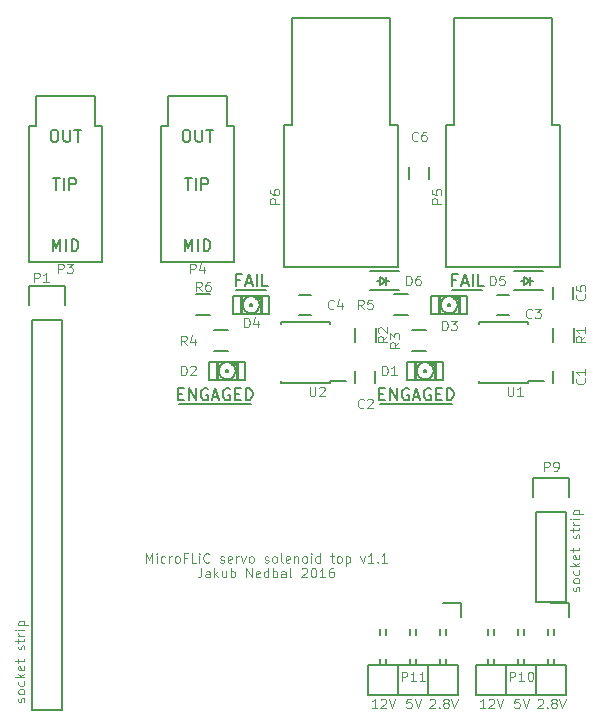
<source format=gto>
G04 #@! TF.FileFunction,Legend,Top*
%FSLAX46Y46*%
G04 Gerber Fmt 4.6, Leading zero omitted, Abs format (unit mm)*
G04 Created by KiCad (PCBNEW 4.0.2-4+6225~38~ubuntu14.04.1-stable) date Mon 29 Feb 2016 18:52:31 GMT*
%MOMM*%
G01*
G04 APERTURE LIST*
%ADD10C,0.100000*%
%ADD11C,0.120000*%
%ADD12C,0.200000*%
%ADD13C,0.150000*%
G04 APERTURE END LIST*
D10*
D11*
X112491522Y-137155905D02*
X112491522Y-136355905D01*
X112758189Y-136927333D01*
X113024856Y-136355905D01*
X113024856Y-137155905D01*
X113405808Y-137155905D02*
X113405808Y-136622571D01*
X113405808Y-136355905D02*
X113367713Y-136394000D01*
X113405808Y-136432095D01*
X113443903Y-136394000D01*
X113405808Y-136355905D01*
X113405808Y-136432095D01*
X114129617Y-137117810D02*
X114053427Y-137155905D01*
X113901046Y-137155905D01*
X113824855Y-137117810D01*
X113786760Y-137079714D01*
X113748665Y-137003524D01*
X113748665Y-136774952D01*
X113786760Y-136698762D01*
X113824855Y-136660667D01*
X113901046Y-136622571D01*
X114053427Y-136622571D01*
X114129617Y-136660667D01*
X114472474Y-137155905D02*
X114472474Y-136622571D01*
X114472474Y-136774952D02*
X114510569Y-136698762D01*
X114548665Y-136660667D01*
X114624855Y-136622571D01*
X114701046Y-136622571D01*
X115081998Y-137155905D02*
X115005807Y-137117810D01*
X114967712Y-137079714D01*
X114929617Y-137003524D01*
X114929617Y-136774952D01*
X114967712Y-136698762D01*
X115005807Y-136660667D01*
X115081998Y-136622571D01*
X115196284Y-136622571D01*
X115272474Y-136660667D01*
X115310569Y-136698762D01*
X115348665Y-136774952D01*
X115348665Y-137003524D01*
X115310569Y-137079714D01*
X115272474Y-137117810D01*
X115196284Y-137155905D01*
X115081998Y-137155905D01*
X115958189Y-136736857D02*
X115691522Y-136736857D01*
X115691522Y-137155905D02*
X115691522Y-136355905D01*
X116072475Y-136355905D01*
X116758189Y-137155905D02*
X116377236Y-137155905D01*
X116377236Y-136355905D01*
X117024855Y-137155905D02*
X117024855Y-136622571D01*
X117024855Y-136355905D02*
X116986760Y-136394000D01*
X117024855Y-136432095D01*
X117062950Y-136394000D01*
X117024855Y-136355905D01*
X117024855Y-136432095D01*
X117862950Y-137079714D02*
X117824855Y-137117810D01*
X117710569Y-137155905D01*
X117634379Y-137155905D01*
X117520093Y-137117810D01*
X117443902Y-137041619D01*
X117405807Y-136965429D01*
X117367712Y-136813048D01*
X117367712Y-136698762D01*
X117405807Y-136546381D01*
X117443902Y-136470190D01*
X117520093Y-136394000D01*
X117634379Y-136355905D01*
X117710569Y-136355905D01*
X117824855Y-136394000D01*
X117862950Y-136432095D01*
X118777236Y-137117810D02*
X118853426Y-137155905D01*
X119005807Y-137155905D01*
X119081998Y-137117810D01*
X119120093Y-137041619D01*
X119120093Y-137003524D01*
X119081998Y-136927333D01*
X119005807Y-136889238D01*
X118891522Y-136889238D01*
X118815331Y-136851143D01*
X118777236Y-136774952D01*
X118777236Y-136736857D01*
X118815331Y-136660667D01*
X118891522Y-136622571D01*
X119005807Y-136622571D01*
X119081998Y-136660667D01*
X119767712Y-137117810D02*
X119691522Y-137155905D01*
X119539141Y-137155905D01*
X119462950Y-137117810D01*
X119424855Y-137041619D01*
X119424855Y-136736857D01*
X119462950Y-136660667D01*
X119539141Y-136622571D01*
X119691522Y-136622571D01*
X119767712Y-136660667D01*
X119805807Y-136736857D01*
X119805807Y-136813048D01*
X119424855Y-136889238D01*
X120148664Y-137155905D02*
X120148664Y-136622571D01*
X120148664Y-136774952D02*
X120186759Y-136698762D01*
X120224855Y-136660667D01*
X120301045Y-136622571D01*
X120377236Y-136622571D01*
X120567712Y-136622571D02*
X120758188Y-137155905D01*
X120948664Y-136622571D01*
X121367712Y-137155905D02*
X121291521Y-137117810D01*
X121253426Y-137079714D01*
X121215331Y-137003524D01*
X121215331Y-136774952D01*
X121253426Y-136698762D01*
X121291521Y-136660667D01*
X121367712Y-136622571D01*
X121481998Y-136622571D01*
X121558188Y-136660667D01*
X121596283Y-136698762D01*
X121634379Y-136774952D01*
X121634379Y-137003524D01*
X121596283Y-137079714D01*
X121558188Y-137117810D01*
X121481998Y-137155905D01*
X121367712Y-137155905D01*
X122548665Y-137117810D02*
X122624855Y-137155905D01*
X122777236Y-137155905D01*
X122853427Y-137117810D01*
X122891522Y-137041619D01*
X122891522Y-137003524D01*
X122853427Y-136927333D01*
X122777236Y-136889238D01*
X122662951Y-136889238D01*
X122586760Y-136851143D01*
X122548665Y-136774952D01*
X122548665Y-136736857D01*
X122586760Y-136660667D01*
X122662951Y-136622571D01*
X122777236Y-136622571D01*
X122853427Y-136660667D01*
X123348665Y-137155905D02*
X123272474Y-137117810D01*
X123234379Y-137079714D01*
X123196284Y-137003524D01*
X123196284Y-136774952D01*
X123234379Y-136698762D01*
X123272474Y-136660667D01*
X123348665Y-136622571D01*
X123462951Y-136622571D01*
X123539141Y-136660667D01*
X123577236Y-136698762D01*
X123615332Y-136774952D01*
X123615332Y-137003524D01*
X123577236Y-137079714D01*
X123539141Y-137117810D01*
X123462951Y-137155905D01*
X123348665Y-137155905D01*
X124072475Y-137155905D02*
X123996284Y-137117810D01*
X123958189Y-137041619D01*
X123958189Y-136355905D01*
X124681999Y-137117810D02*
X124605809Y-137155905D01*
X124453428Y-137155905D01*
X124377237Y-137117810D01*
X124339142Y-137041619D01*
X124339142Y-136736857D01*
X124377237Y-136660667D01*
X124453428Y-136622571D01*
X124605809Y-136622571D01*
X124681999Y-136660667D01*
X124720094Y-136736857D01*
X124720094Y-136813048D01*
X124339142Y-136889238D01*
X125062951Y-136622571D02*
X125062951Y-137155905D01*
X125062951Y-136698762D02*
X125101046Y-136660667D01*
X125177237Y-136622571D01*
X125291523Y-136622571D01*
X125367713Y-136660667D01*
X125405808Y-136736857D01*
X125405808Y-137155905D01*
X125901047Y-137155905D02*
X125824856Y-137117810D01*
X125786761Y-137079714D01*
X125748666Y-137003524D01*
X125748666Y-136774952D01*
X125786761Y-136698762D01*
X125824856Y-136660667D01*
X125901047Y-136622571D01*
X126015333Y-136622571D01*
X126091523Y-136660667D01*
X126129618Y-136698762D01*
X126167714Y-136774952D01*
X126167714Y-137003524D01*
X126129618Y-137079714D01*
X126091523Y-137117810D01*
X126015333Y-137155905D01*
X125901047Y-137155905D01*
X126510571Y-137155905D02*
X126510571Y-136622571D01*
X126510571Y-136355905D02*
X126472476Y-136394000D01*
X126510571Y-136432095D01*
X126548666Y-136394000D01*
X126510571Y-136355905D01*
X126510571Y-136432095D01*
X127234380Y-137155905D02*
X127234380Y-136355905D01*
X127234380Y-137117810D02*
X127158190Y-137155905D01*
X127005809Y-137155905D01*
X126929618Y-137117810D01*
X126891523Y-137079714D01*
X126853428Y-137003524D01*
X126853428Y-136774952D01*
X126891523Y-136698762D01*
X126929618Y-136660667D01*
X127005809Y-136622571D01*
X127158190Y-136622571D01*
X127234380Y-136660667D01*
X128110571Y-136622571D02*
X128415333Y-136622571D01*
X128224857Y-136355905D02*
X128224857Y-137041619D01*
X128262952Y-137117810D01*
X128339143Y-137155905D01*
X128415333Y-137155905D01*
X128796286Y-137155905D02*
X128720095Y-137117810D01*
X128682000Y-137079714D01*
X128643905Y-137003524D01*
X128643905Y-136774952D01*
X128682000Y-136698762D01*
X128720095Y-136660667D01*
X128796286Y-136622571D01*
X128910572Y-136622571D01*
X128986762Y-136660667D01*
X129024857Y-136698762D01*
X129062953Y-136774952D01*
X129062953Y-137003524D01*
X129024857Y-137079714D01*
X128986762Y-137117810D01*
X128910572Y-137155905D01*
X128796286Y-137155905D01*
X129405810Y-136622571D02*
X129405810Y-137422571D01*
X129405810Y-136660667D02*
X129482001Y-136622571D01*
X129634382Y-136622571D01*
X129710572Y-136660667D01*
X129748667Y-136698762D01*
X129786763Y-136774952D01*
X129786763Y-137003524D01*
X129748667Y-137079714D01*
X129710572Y-137117810D01*
X129634382Y-137155905D01*
X129482001Y-137155905D01*
X129405810Y-137117810D01*
X130662954Y-136622571D02*
X130853430Y-137155905D01*
X131043906Y-136622571D01*
X131767716Y-137155905D02*
X131310573Y-137155905D01*
X131539144Y-137155905D02*
X131539144Y-136355905D01*
X131462954Y-136470190D01*
X131386763Y-136546381D01*
X131310573Y-136584476D01*
X132110573Y-137079714D02*
X132148668Y-137117810D01*
X132110573Y-137155905D01*
X132072478Y-137117810D01*
X132110573Y-137079714D01*
X132110573Y-137155905D01*
X132910573Y-137155905D02*
X132453430Y-137155905D01*
X132682001Y-137155905D02*
X132682001Y-136355905D01*
X132605811Y-136470190D01*
X132529620Y-136546381D01*
X132453430Y-136584476D01*
X117196284Y-137595905D02*
X117196284Y-138167333D01*
X117158188Y-138281619D01*
X117081998Y-138357810D01*
X116967712Y-138395905D01*
X116891522Y-138395905D01*
X117920093Y-138395905D02*
X117920093Y-137976857D01*
X117881998Y-137900667D01*
X117805808Y-137862571D01*
X117653427Y-137862571D01*
X117577236Y-137900667D01*
X117920093Y-138357810D02*
X117843903Y-138395905D01*
X117653427Y-138395905D01*
X117577236Y-138357810D01*
X117539141Y-138281619D01*
X117539141Y-138205429D01*
X117577236Y-138129238D01*
X117653427Y-138091143D01*
X117843903Y-138091143D01*
X117920093Y-138053048D01*
X118301046Y-138395905D02*
X118301046Y-137595905D01*
X118377237Y-138091143D02*
X118605808Y-138395905D01*
X118605808Y-137862571D02*
X118301046Y-138167333D01*
X119291522Y-137862571D02*
X119291522Y-138395905D01*
X118948665Y-137862571D02*
X118948665Y-138281619D01*
X118986760Y-138357810D01*
X119062951Y-138395905D01*
X119177237Y-138395905D01*
X119253427Y-138357810D01*
X119291522Y-138319714D01*
X119672475Y-138395905D02*
X119672475Y-137595905D01*
X119672475Y-137900667D02*
X119748666Y-137862571D01*
X119901047Y-137862571D01*
X119977237Y-137900667D01*
X120015332Y-137938762D01*
X120053428Y-138014952D01*
X120053428Y-138243524D01*
X120015332Y-138319714D01*
X119977237Y-138357810D01*
X119901047Y-138395905D01*
X119748666Y-138395905D01*
X119672475Y-138357810D01*
X121005809Y-138395905D02*
X121005809Y-137595905D01*
X121462952Y-138395905D01*
X121462952Y-137595905D01*
X122148666Y-138357810D02*
X122072476Y-138395905D01*
X121920095Y-138395905D01*
X121843904Y-138357810D01*
X121805809Y-138281619D01*
X121805809Y-137976857D01*
X121843904Y-137900667D01*
X121920095Y-137862571D01*
X122072476Y-137862571D01*
X122148666Y-137900667D01*
X122186761Y-137976857D01*
X122186761Y-138053048D01*
X121805809Y-138129238D01*
X122872475Y-138395905D02*
X122872475Y-137595905D01*
X122872475Y-138357810D02*
X122796285Y-138395905D01*
X122643904Y-138395905D01*
X122567713Y-138357810D01*
X122529618Y-138319714D01*
X122491523Y-138243524D01*
X122491523Y-138014952D01*
X122529618Y-137938762D01*
X122567713Y-137900667D01*
X122643904Y-137862571D01*
X122796285Y-137862571D01*
X122872475Y-137900667D01*
X123253428Y-138395905D02*
X123253428Y-137595905D01*
X123253428Y-137900667D02*
X123329619Y-137862571D01*
X123482000Y-137862571D01*
X123558190Y-137900667D01*
X123596285Y-137938762D01*
X123634381Y-138014952D01*
X123634381Y-138243524D01*
X123596285Y-138319714D01*
X123558190Y-138357810D01*
X123482000Y-138395905D01*
X123329619Y-138395905D01*
X123253428Y-138357810D01*
X124320095Y-138395905D02*
X124320095Y-137976857D01*
X124282000Y-137900667D01*
X124205810Y-137862571D01*
X124053429Y-137862571D01*
X123977238Y-137900667D01*
X124320095Y-138357810D02*
X124243905Y-138395905D01*
X124053429Y-138395905D01*
X123977238Y-138357810D01*
X123939143Y-138281619D01*
X123939143Y-138205429D01*
X123977238Y-138129238D01*
X124053429Y-138091143D01*
X124243905Y-138091143D01*
X124320095Y-138053048D01*
X124815334Y-138395905D02*
X124739143Y-138357810D01*
X124701048Y-138281619D01*
X124701048Y-137595905D01*
X125691525Y-137672095D02*
X125729620Y-137634000D01*
X125805811Y-137595905D01*
X125996287Y-137595905D01*
X126072477Y-137634000D01*
X126110573Y-137672095D01*
X126148668Y-137748286D01*
X126148668Y-137824476D01*
X126110573Y-137938762D01*
X125653430Y-138395905D01*
X126148668Y-138395905D01*
X126643906Y-137595905D02*
X126720097Y-137595905D01*
X126796287Y-137634000D01*
X126834382Y-137672095D01*
X126872478Y-137748286D01*
X126910573Y-137900667D01*
X126910573Y-138091143D01*
X126872478Y-138243524D01*
X126834382Y-138319714D01*
X126796287Y-138357810D01*
X126720097Y-138395905D01*
X126643906Y-138395905D01*
X126567716Y-138357810D01*
X126529620Y-138319714D01*
X126491525Y-138243524D01*
X126453430Y-138091143D01*
X126453430Y-137900667D01*
X126491525Y-137748286D01*
X126529620Y-137672095D01*
X126567716Y-137634000D01*
X126643906Y-137595905D01*
X127672478Y-138395905D02*
X127215335Y-138395905D01*
X127443906Y-138395905D02*
X127443906Y-137595905D01*
X127367716Y-137710190D01*
X127291525Y-137786381D01*
X127215335Y-137824476D01*
X128358192Y-137595905D02*
X128205811Y-137595905D01*
X128129621Y-137634000D01*
X128091526Y-137672095D01*
X128015335Y-137786381D01*
X127977240Y-137938762D01*
X127977240Y-138243524D01*
X128015335Y-138319714D01*
X128053430Y-138357810D01*
X128129621Y-138395905D01*
X128282002Y-138395905D01*
X128358192Y-138357810D01*
X128396288Y-138319714D01*
X128434383Y-138243524D01*
X128434383Y-138053048D01*
X128396288Y-137976857D01*
X128358192Y-137938762D01*
X128282002Y-137900667D01*
X128129621Y-137900667D01*
X128053430Y-137938762D01*
X128015335Y-137976857D01*
X127977240Y-138053048D01*
X149167810Y-139547619D02*
X149205905Y-139471429D01*
X149205905Y-139319048D01*
X149167810Y-139242857D01*
X149091619Y-139204762D01*
X149053524Y-139204762D01*
X148977333Y-139242857D01*
X148939238Y-139319048D01*
X148939238Y-139433333D01*
X148901143Y-139509524D01*
X148824952Y-139547619D01*
X148786857Y-139547619D01*
X148710667Y-139509524D01*
X148672571Y-139433333D01*
X148672571Y-139319048D01*
X148710667Y-139242857D01*
X149205905Y-138747619D02*
X149167810Y-138823810D01*
X149129714Y-138861905D01*
X149053524Y-138900000D01*
X148824952Y-138900000D01*
X148748762Y-138861905D01*
X148710667Y-138823810D01*
X148672571Y-138747619D01*
X148672571Y-138633333D01*
X148710667Y-138557143D01*
X148748762Y-138519048D01*
X148824952Y-138480952D01*
X149053524Y-138480952D01*
X149129714Y-138519048D01*
X149167810Y-138557143D01*
X149205905Y-138633333D01*
X149205905Y-138747619D01*
X149167810Y-137795238D02*
X149205905Y-137871428D01*
X149205905Y-138023809D01*
X149167810Y-138100000D01*
X149129714Y-138138095D01*
X149053524Y-138176190D01*
X148824952Y-138176190D01*
X148748762Y-138138095D01*
X148710667Y-138100000D01*
X148672571Y-138023809D01*
X148672571Y-137871428D01*
X148710667Y-137795238D01*
X149205905Y-137452381D02*
X148405905Y-137452381D01*
X148901143Y-137376190D02*
X149205905Y-137147619D01*
X148672571Y-137147619D02*
X148977333Y-137452381D01*
X149167810Y-136500000D02*
X149205905Y-136576190D01*
X149205905Y-136728571D01*
X149167810Y-136804762D01*
X149091619Y-136842857D01*
X148786857Y-136842857D01*
X148710667Y-136804762D01*
X148672571Y-136728571D01*
X148672571Y-136576190D01*
X148710667Y-136500000D01*
X148786857Y-136461905D01*
X148863048Y-136461905D01*
X148939238Y-136842857D01*
X148672571Y-136233334D02*
X148672571Y-135928572D01*
X148405905Y-136119048D02*
X149091619Y-136119048D01*
X149167810Y-136080953D01*
X149205905Y-136004762D01*
X149205905Y-135928572D01*
X149167810Y-135090476D02*
X149205905Y-135014286D01*
X149205905Y-134861905D01*
X149167810Y-134785714D01*
X149091619Y-134747619D01*
X149053524Y-134747619D01*
X148977333Y-134785714D01*
X148939238Y-134861905D01*
X148939238Y-134976190D01*
X148901143Y-135052381D01*
X148824952Y-135090476D01*
X148786857Y-135090476D01*
X148710667Y-135052381D01*
X148672571Y-134976190D01*
X148672571Y-134861905D01*
X148710667Y-134785714D01*
X148672571Y-134519048D02*
X148672571Y-134214286D01*
X148405905Y-134404762D02*
X149091619Y-134404762D01*
X149167810Y-134366667D01*
X149205905Y-134290476D01*
X149205905Y-134214286D01*
X149205905Y-133947619D02*
X148672571Y-133947619D01*
X148824952Y-133947619D02*
X148748762Y-133909524D01*
X148710667Y-133871428D01*
X148672571Y-133795238D01*
X148672571Y-133719047D01*
X149205905Y-133452381D02*
X148672571Y-133452381D01*
X148405905Y-133452381D02*
X148444000Y-133490476D01*
X148482095Y-133452381D01*
X148444000Y-133414286D01*
X148405905Y-133452381D01*
X148482095Y-133452381D01*
X148672571Y-133071429D02*
X149472571Y-133071429D01*
X148710667Y-133071429D02*
X148672571Y-132995238D01*
X148672571Y-132842857D01*
X148710667Y-132766667D01*
X148748762Y-132728572D01*
X148824952Y-132690476D01*
X149053524Y-132690476D01*
X149129714Y-132728572D01*
X149167810Y-132766667D01*
X149205905Y-132842857D01*
X149205905Y-132995238D01*
X149167810Y-133071429D01*
X102177810Y-148945619D02*
X102215905Y-148869429D01*
X102215905Y-148717048D01*
X102177810Y-148640857D01*
X102101619Y-148602762D01*
X102063524Y-148602762D01*
X101987333Y-148640857D01*
X101949238Y-148717048D01*
X101949238Y-148831333D01*
X101911143Y-148907524D01*
X101834952Y-148945619D01*
X101796857Y-148945619D01*
X101720667Y-148907524D01*
X101682571Y-148831333D01*
X101682571Y-148717048D01*
X101720667Y-148640857D01*
X102215905Y-148145619D02*
X102177810Y-148221810D01*
X102139714Y-148259905D01*
X102063524Y-148298000D01*
X101834952Y-148298000D01*
X101758762Y-148259905D01*
X101720667Y-148221810D01*
X101682571Y-148145619D01*
X101682571Y-148031333D01*
X101720667Y-147955143D01*
X101758762Y-147917048D01*
X101834952Y-147878952D01*
X102063524Y-147878952D01*
X102139714Y-147917048D01*
X102177810Y-147955143D01*
X102215905Y-148031333D01*
X102215905Y-148145619D01*
X102177810Y-147193238D02*
X102215905Y-147269428D01*
X102215905Y-147421809D01*
X102177810Y-147498000D01*
X102139714Y-147536095D01*
X102063524Y-147574190D01*
X101834952Y-147574190D01*
X101758762Y-147536095D01*
X101720667Y-147498000D01*
X101682571Y-147421809D01*
X101682571Y-147269428D01*
X101720667Y-147193238D01*
X102215905Y-146850381D02*
X101415905Y-146850381D01*
X101911143Y-146774190D02*
X102215905Y-146545619D01*
X101682571Y-146545619D02*
X101987333Y-146850381D01*
X102177810Y-145898000D02*
X102215905Y-145974190D01*
X102215905Y-146126571D01*
X102177810Y-146202762D01*
X102101619Y-146240857D01*
X101796857Y-146240857D01*
X101720667Y-146202762D01*
X101682571Y-146126571D01*
X101682571Y-145974190D01*
X101720667Y-145898000D01*
X101796857Y-145859905D01*
X101873048Y-145859905D01*
X101949238Y-146240857D01*
X101682571Y-145631334D02*
X101682571Y-145326572D01*
X101415905Y-145517048D02*
X102101619Y-145517048D01*
X102177810Y-145478953D01*
X102215905Y-145402762D01*
X102215905Y-145326572D01*
X102177810Y-144488476D02*
X102215905Y-144412286D01*
X102215905Y-144259905D01*
X102177810Y-144183714D01*
X102101619Y-144145619D01*
X102063524Y-144145619D01*
X101987333Y-144183714D01*
X101949238Y-144259905D01*
X101949238Y-144374190D01*
X101911143Y-144450381D01*
X101834952Y-144488476D01*
X101796857Y-144488476D01*
X101720667Y-144450381D01*
X101682571Y-144374190D01*
X101682571Y-144259905D01*
X101720667Y-144183714D01*
X101682571Y-143917048D02*
X101682571Y-143612286D01*
X101415905Y-143802762D02*
X102101619Y-143802762D01*
X102177810Y-143764667D01*
X102215905Y-143688476D01*
X102215905Y-143612286D01*
X102215905Y-143345619D02*
X101682571Y-143345619D01*
X101834952Y-143345619D02*
X101758762Y-143307524D01*
X101720667Y-143269428D01*
X101682571Y-143193238D01*
X101682571Y-143117047D01*
X102215905Y-142850381D02*
X101682571Y-142850381D01*
X101415905Y-142850381D02*
X101454000Y-142888476D01*
X101492095Y-142850381D01*
X101454000Y-142812286D01*
X101415905Y-142850381D01*
X101492095Y-142850381D01*
X101682571Y-142469429D02*
X102482571Y-142469429D01*
X101720667Y-142469429D02*
X101682571Y-142393238D01*
X101682571Y-142240857D01*
X101720667Y-142164667D01*
X101758762Y-142126572D01*
X101834952Y-142088476D01*
X102063524Y-142088476D01*
X102139714Y-142126572D01*
X102177810Y-142164667D01*
X102215905Y-142240857D01*
X102215905Y-142393238D01*
X102177810Y-142469429D01*
X141236762Y-149459905D02*
X140779619Y-149459905D01*
X141008190Y-149459905D02*
X141008190Y-148659905D01*
X140932000Y-148774190D01*
X140855809Y-148850381D01*
X140779619Y-148888476D01*
X141541524Y-148736095D02*
X141579619Y-148698000D01*
X141655810Y-148659905D01*
X141846286Y-148659905D01*
X141922476Y-148698000D01*
X141960572Y-148736095D01*
X141998667Y-148812286D01*
X141998667Y-148888476D01*
X141960572Y-149002762D01*
X141503429Y-149459905D01*
X141998667Y-149459905D01*
X142227238Y-148659905D02*
X142493905Y-149459905D01*
X142760572Y-148659905D01*
X144119620Y-148659905D02*
X143738667Y-148659905D01*
X143700572Y-149040857D01*
X143738667Y-149002762D01*
X143814858Y-148964667D01*
X144005334Y-148964667D01*
X144081524Y-149002762D01*
X144119620Y-149040857D01*
X144157715Y-149117048D01*
X144157715Y-149307524D01*
X144119620Y-149383714D01*
X144081524Y-149421810D01*
X144005334Y-149459905D01*
X143814858Y-149459905D01*
X143738667Y-149421810D01*
X143700572Y-149383714D01*
X144386286Y-148659905D02*
X144652953Y-149459905D01*
X144919620Y-148659905D01*
X145669143Y-148736095D02*
X145707238Y-148698000D01*
X145783429Y-148659905D01*
X145973905Y-148659905D01*
X146050095Y-148698000D01*
X146088191Y-148736095D01*
X146126286Y-148812286D01*
X146126286Y-148888476D01*
X146088191Y-149002762D01*
X145631048Y-149459905D01*
X146126286Y-149459905D01*
X146469143Y-149383714D02*
X146507238Y-149421810D01*
X146469143Y-149459905D01*
X146431048Y-149421810D01*
X146469143Y-149383714D01*
X146469143Y-149459905D01*
X146964381Y-149002762D02*
X146888190Y-148964667D01*
X146850095Y-148926571D01*
X146812000Y-148850381D01*
X146812000Y-148812286D01*
X146850095Y-148736095D01*
X146888190Y-148698000D01*
X146964381Y-148659905D01*
X147116762Y-148659905D01*
X147192952Y-148698000D01*
X147231048Y-148736095D01*
X147269143Y-148812286D01*
X147269143Y-148850381D01*
X147231048Y-148926571D01*
X147192952Y-148964667D01*
X147116762Y-149002762D01*
X146964381Y-149002762D01*
X146888190Y-149040857D01*
X146850095Y-149078952D01*
X146812000Y-149155143D01*
X146812000Y-149307524D01*
X146850095Y-149383714D01*
X146888190Y-149421810D01*
X146964381Y-149459905D01*
X147116762Y-149459905D01*
X147192952Y-149421810D01*
X147231048Y-149383714D01*
X147269143Y-149307524D01*
X147269143Y-149155143D01*
X147231048Y-149078952D01*
X147192952Y-149040857D01*
X147116762Y-149002762D01*
X147497714Y-148659905D02*
X147764381Y-149459905D01*
X148031048Y-148659905D01*
X136525143Y-148736095D02*
X136563238Y-148698000D01*
X136639429Y-148659905D01*
X136829905Y-148659905D01*
X136906095Y-148698000D01*
X136944191Y-148736095D01*
X136982286Y-148812286D01*
X136982286Y-148888476D01*
X136944191Y-149002762D01*
X136487048Y-149459905D01*
X136982286Y-149459905D01*
X137325143Y-149383714D02*
X137363238Y-149421810D01*
X137325143Y-149459905D01*
X137287048Y-149421810D01*
X137325143Y-149383714D01*
X137325143Y-149459905D01*
X137820381Y-149002762D02*
X137744190Y-148964667D01*
X137706095Y-148926571D01*
X137668000Y-148850381D01*
X137668000Y-148812286D01*
X137706095Y-148736095D01*
X137744190Y-148698000D01*
X137820381Y-148659905D01*
X137972762Y-148659905D01*
X138048952Y-148698000D01*
X138087048Y-148736095D01*
X138125143Y-148812286D01*
X138125143Y-148850381D01*
X138087048Y-148926571D01*
X138048952Y-148964667D01*
X137972762Y-149002762D01*
X137820381Y-149002762D01*
X137744190Y-149040857D01*
X137706095Y-149078952D01*
X137668000Y-149155143D01*
X137668000Y-149307524D01*
X137706095Y-149383714D01*
X137744190Y-149421810D01*
X137820381Y-149459905D01*
X137972762Y-149459905D01*
X138048952Y-149421810D01*
X138087048Y-149383714D01*
X138125143Y-149307524D01*
X138125143Y-149155143D01*
X138087048Y-149078952D01*
X138048952Y-149040857D01*
X137972762Y-149002762D01*
X138353714Y-148659905D02*
X138620381Y-149459905D01*
X138887048Y-148659905D01*
X134975620Y-148659905D02*
X134594667Y-148659905D01*
X134556572Y-149040857D01*
X134594667Y-149002762D01*
X134670858Y-148964667D01*
X134861334Y-148964667D01*
X134937524Y-149002762D01*
X134975620Y-149040857D01*
X135013715Y-149117048D01*
X135013715Y-149307524D01*
X134975620Y-149383714D01*
X134937524Y-149421810D01*
X134861334Y-149459905D01*
X134670858Y-149459905D01*
X134594667Y-149421810D01*
X134556572Y-149383714D01*
X135242286Y-148659905D02*
X135508953Y-149459905D01*
X135775620Y-148659905D01*
X132092762Y-149459905D02*
X131635619Y-149459905D01*
X131864190Y-149459905D02*
X131864190Y-148659905D01*
X131788000Y-148774190D01*
X131711809Y-148850381D01*
X131635619Y-148888476D01*
X132397524Y-148736095D02*
X132435619Y-148698000D01*
X132511810Y-148659905D01*
X132702286Y-148659905D01*
X132778476Y-148698000D01*
X132816572Y-148736095D01*
X132854667Y-148812286D01*
X132854667Y-148888476D01*
X132816572Y-149002762D01*
X132359429Y-149459905D01*
X132854667Y-149459905D01*
X133083238Y-148659905D02*
X133349905Y-149459905D01*
X133616572Y-148659905D01*
D12*
X138430000Y-123698000D02*
X132334000Y-123698000D01*
X138430000Y-114046000D02*
X140970000Y-114046000D01*
X120142000Y-114046000D02*
X122682000Y-114046000D01*
X115316000Y-123698000D02*
X121412000Y-123698000D01*
D13*
X138771429Y-113212571D02*
X138438095Y-113212571D01*
X138438095Y-113736381D02*
X138438095Y-112736381D01*
X138914286Y-112736381D01*
X139247619Y-113450667D02*
X139723810Y-113450667D01*
X139152381Y-113736381D02*
X139485714Y-112736381D01*
X139819048Y-113736381D01*
X140152381Y-113736381D02*
X140152381Y-112736381D01*
X141104762Y-113736381D02*
X140628571Y-113736381D01*
X140628571Y-112736381D01*
X132262952Y-122864571D02*
X132596286Y-122864571D01*
X132739143Y-123388381D02*
X132262952Y-123388381D01*
X132262952Y-122388381D01*
X132739143Y-122388381D01*
X133167714Y-123388381D02*
X133167714Y-122388381D01*
X133739143Y-123388381D01*
X133739143Y-122388381D01*
X134739143Y-122436000D02*
X134643905Y-122388381D01*
X134501048Y-122388381D01*
X134358190Y-122436000D01*
X134262952Y-122531238D01*
X134215333Y-122626476D01*
X134167714Y-122816952D01*
X134167714Y-122959810D01*
X134215333Y-123150286D01*
X134262952Y-123245524D01*
X134358190Y-123340762D01*
X134501048Y-123388381D01*
X134596286Y-123388381D01*
X134739143Y-123340762D01*
X134786762Y-123293143D01*
X134786762Y-122959810D01*
X134596286Y-122959810D01*
X135167714Y-123102667D02*
X135643905Y-123102667D01*
X135072476Y-123388381D02*
X135405809Y-122388381D01*
X135739143Y-123388381D01*
X136596286Y-122436000D02*
X136501048Y-122388381D01*
X136358191Y-122388381D01*
X136215333Y-122436000D01*
X136120095Y-122531238D01*
X136072476Y-122626476D01*
X136024857Y-122816952D01*
X136024857Y-122959810D01*
X136072476Y-123150286D01*
X136120095Y-123245524D01*
X136215333Y-123340762D01*
X136358191Y-123388381D01*
X136453429Y-123388381D01*
X136596286Y-123340762D01*
X136643905Y-123293143D01*
X136643905Y-122959810D01*
X136453429Y-122959810D01*
X137072476Y-122864571D02*
X137405810Y-122864571D01*
X137548667Y-123388381D02*
X137072476Y-123388381D01*
X137072476Y-122388381D01*
X137548667Y-122388381D01*
X137977238Y-123388381D02*
X137977238Y-122388381D01*
X138215333Y-122388381D01*
X138358191Y-122436000D01*
X138453429Y-122531238D01*
X138501048Y-122626476D01*
X138548667Y-122816952D01*
X138548667Y-122959810D01*
X138501048Y-123150286D01*
X138453429Y-123245524D01*
X138358191Y-123340762D01*
X138215333Y-123388381D01*
X137977238Y-123388381D01*
X115244952Y-122864571D02*
X115578286Y-122864571D01*
X115721143Y-123388381D02*
X115244952Y-123388381D01*
X115244952Y-122388381D01*
X115721143Y-122388381D01*
X116149714Y-123388381D02*
X116149714Y-122388381D01*
X116721143Y-123388381D01*
X116721143Y-122388381D01*
X117721143Y-122436000D02*
X117625905Y-122388381D01*
X117483048Y-122388381D01*
X117340190Y-122436000D01*
X117244952Y-122531238D01*
X117197333Y-122626476D01*
X117149714Y-122816952D01*
X117149714Y-122959810D01*
X117197333Y-123150286D01*
X117244952Y-123245524D01*
X117340190Y-123340762D01*
X117483048Y-123388381D01*
X117578286Y-123388381D01*
X117721143Y-123340762D01*
X117768762Y-123293143D01*
X117768762Y-122959810D01*
X117578286Y-122959810D01*
X118149714Y-123102667D02*
X118625905Y-123102667D01*
X118054476Y-123388381D02*
X118387809Y-122388381D01*
X118721143Y-123388381D01*
X119578286Y-122436000D02*
X119483048Y-122388381D01*
X119340191Y-122388381D01*
X119197333Y-122436000D01*
X119102095Y-122531238D01*
X119054476Y-122626476D01*
X119006857Y-122816952D01*
X119006857Y-122959810D01*
X119054476Y-123150286D01*
X119102095Y-123245524D01*
X119197333Y-123340762D01*
X119340191Y-123388381D01*
X119435429Y-123388381D01*
X119578286Y-123340762D01*
X119625905Y-123293143D01*
X119625905Y-122959810D01*
X119435429Y-122959810D01*
X120054476Y-122864571D02*
X120387810Y-122864571D01*
X120530667Y-123388381D02*
X120054476Y-123388381D01*
X120054476Y-122388381D01*
X120530667Y-122388381D01*
X120959238Y-123388381D02*
X120959238Y-122388381D01*
X121197333Y-122388381D01*
X121340191Y-122436000D01*
X121435429Y-122531238D01*
X121483048Y-122626476D01*
X121530667Y-122816952D01*
X121530667Y-122959810D01*
X121483048Y-123150286D01*
X121435429Y-123245524D01*
X121340191Y-123340762D01*
X121197333Y-123388381D01*
X120959238Y-123388381D01*
X120483429Y-113212571D02*
X120150095Y-113212571D01*
X120150095Y-113736381D02*
X120150095Y-112736381D01*
X120626286Y-112736381D01*
X120959619Y-113450667D02*
X121435810Y-113450667D01*
X120864381Y-113736381D02*
X121197714Y-112736381D01*
X121531048Y-113736381D01*
X121864381Y-113736381D02*
X121864381Y-112736381D01*
X122816762Y-113736381D02*
X122340571Y-113736381D01*
X122340571Y-112736381D01*
X116748000Y-114441000D02*
X117948000Y-114441000D01*
X117948000Y-116191000D02*
X116748000Y-116191000D01*
X132338000Y-113284000D02*
X132088000Y-113284000D01*
X132838000Y-113284000D02*
X133088000Y-113284000D01*
X132838000Y-113284000D02*
X132338000Y-113634000D01*
X132338000Y-113634000D02*
X132338000Y-112934000D01*
X132338000Y-112934000D02*
X132838000Y-113284000D01*
X132838000Y-113634000D02*
X132838000Y-112934000D01*
X133888000Y-112484000D02*
X131488000Y-112484000D01*
X133888000Y-114084000D02*
X131488000Y-114084000D01*
X144530000Y-113284000D02*
X144280000Y-113284000D01*
X145030000Y-113284000D02*
X145280000Y-113284000D01*
X145030000Y-113284000D02*
X144530000Y-113634000D01*
X144530000Y-113634000D02*
X144530000Y-112934000D01*
X144530000Y-112934000D02*
X145030000Y-113284000D01*
X145030000Y-113634000D02*
X145030000Y-112934000D01*
X146080000Y-112484000D02*
X143680000Y-112484000D01*
X146080000Y-114084000D02*
X143680000Y-114084000D01*
X138076940Y-115216940D02*
X138275060Y-115216940D01*
X138275060Y-115216940D02*
X138275060Y-115415060D01*
X138076940Y-115415060D02*
X138275060Y-115415060D01*
X138076940Y-115216940D02*
X138076940Y-115415060D01*
X138625580Y-114617500D02*
X138973560Y-114617500D01*
X138973560Y-114617500D02*
X138973560Y-114866420D01*
X138625580Y-114866420D02*
X138973560Y-114866420D01*
X138625580Y-114617500D02*
X138625580Y-114866420D01*
X138973560Y-114617500D02*
X139075160Y-114617500D01*
X139075160Y-114617500D02*
X139075160Y-115813840D01*
X138973560Y-115813840D02*
X139075160Y-115813840D01*
X138973560Y-114617500D02*
X138973560Y-115813840D01*
X138973560Y-115864640D02*
X139075160Y-115864640D01*
X139075160Y-115864640D02*
X139075160Y-116014500D01*
X138973560Y-116014500D02*
X139075160Y-116014500D01*
X138973560Y-115864640D02*
X138973560Y-116014500D01*
X137276840Y-114617500D02*
X137378440Y-114617500D01*
X137378440Y-114617500D02*
X137378440Y-115813840D01*
X137276840Y-115813840D02*
X137378440Y-115813840D01*
X137276840Y-114617500D02*
X137276840Y-115813840D01*
X137276840Y-115864640D02*
X137378440Y-115864640D01*
X137378440Y-115864640D02*
X137378440Y-116014500D01*
X137276840Y-116014500D02*
X137378440Y-116014500D01*
X137276840Y-115864640D02*
X137276840Y-116014500D01*
X138625580Y-114617500D02*
X138775440Y-114617500D01*
X138775440Y-114617500D02*
X138775440Y-114866420D01*
X138625580Y-114866420D02*
X138775440Y-114866420D01*
X138625580Y-114617500D02*
X138625580Y-114866420D01*
X139725400Y-114566700D02*
X136626600Y-114566700D01*
X136626600Y-114566700D02*
X136626600Y-116065300D01*
X136626600Y-116065300D02*
X139725400Y-116065300D01*
X139725400Y-116065300D02*
X139725400Y-114566700D01*
X137628738Y-114816646D02*
G75*
G02X138724640Y-114818160I547262J-499354D01*
G01*
X137627867Y-115814398D02*
G75*
G02X137627360Y-114818160I548133J498398D01*
G01*
X138723262Y-115815354D02*
G75*
G02X137627360Y-115813840I-547262J499354D01*
G01*
X138724133Y-114817602D02*
G75*
G02X138724640Y-115813840I-548133J-498398D01*
G01*
X121312940Y-115216940D02*
X121511060Y-115216940D01*
X121511060Y-115216940D02*
X121511060Y-115415060D01*
X121312940Y-115415060D02*
X121511060Y-115415060D01*
X121312940Y-115216940D02*
X121312940Y-115415060D01*
X121861580Y-114617500D02*
X122209560Y-114617500D01*
X122209560Y-114617500D02*
X122209560Y-114866420D01*
X121861580Y-114866420D02*
X122209560Y-114866420D01*
X121861580Y-114617500D02*
X121861580Y-114866420D01*
X122209560Y-114617500D02*
X122311160Y-114617500D01*
X122311160Y-114617500D02*
X122311160Y-115813840D01*
X122209560Y-115813840D02*
X122311160Y-115813840D01*
X122209560Y-114617500D02*
X122209560Y-115813840D01*
X122209560Y-115864640D02*
X122311160Y-115864640D01*
X122311160Y-115864640D02*
X122311160Y-116014500D01*
X122209560Y-116014500D02*
X122311160Y-116014500D01*
X122209560Y-115864640D02*
X122209560Y-116014500D01*
X120512840Y-114617500D02*
X120614440Y-114617500D01*
X120614440Y-114617500D02*
X120614440Y-115813840D01*
X120512840Y-115813840D02*
X120614440Y-115813840D01*
X120512840Y-114617500D02*
X120512840Y-115813840D01*
X120512840Y-115864640D02*
X120614440Y-115864640D01*
X120614440Y-115864640D02*
X120614440Y-116014500D01*
X120512840Y-116014500D02*
X120614440Y-116014500D01*
X120512840Y-115864640D02*
X120512840Y-116014500D01*
X121861580Y-114617500D02*
X122011440Y-114617500D01*
X122011440Y-114617500D02*
X122011440Y-114866420D01*
X121861580Y-114866420D02*
X122011440Y-114866420D01*
X121861580Y-114617500D02*
X121861580Y-114866420D01*
X122961400Y-114566700D02*
X119862600Y-114566700D01*
X119862600Y-114566700D02*
X119862600Y-116065300D01*
X119862600Y-116065300D02*
X122961400Y-116065300D01*
X122961400Y-116065300D02*
X122961400Y-114566700D01*
X120864738Y-114816646D02*
G75*
G02X121960640Y-114818160I547262J-499354D01*
G01*
X120863867Y-115814398D02*
G75*
G02X120863360Y-114818160I548133J498398D01*
G01*
X121959262Y-115815354D02*
G75*
G02X120863360Y-115813840I-547262J499354D01*
G01*
X121960133Y-114817602D02*
G75*
G02X121960640Y-115813840I-548133J-498398D01*
G01*
X119280940Y-120804940D02*
X119479060Y-120804940D01*
X119479060Y-120804940D02*
X119479060Y-121003060D01*
X119280940Y-121003060D02*
X119479060Y-121003060D01*
X119280940Y-120804940D02*
X119280940Y-121003060D01*
X119829580Y-120205500D02*
X120177560Y-120205500D01*
X120177560Y-120205500D02*
X120177560Y-120454420D01*
X119829580Y-120454420D02*
X120177560Y-120454420D01*
X119829580Y-120205500D02*
X119829580Y-120454420D01*
X120177560Y-120205500D02*
X120279160Y-120205500D01*
X120279160Y-120205500D02*
X120279160Y-121401840D01*
X120177560Y-121401840D02*
X120279160Y-121401840D01*
X120177560Y-120205500D02*
X120177560Y-121401840D01*
X120177560Y-121452640D02*
X120279160Y-121452640D01*
X120279160Y-121452640D02*
X120279160Y-121602500D01*
X120177560Y-121602500D02*
X120279160Y-121602500D01*
X120177560Y-121452640D02*
X120177560Y-121602500D01*
X118480840Y-120205500D02*
X118582440Y-120205500D01*
X118582440Y-120205500D02*
X118582440Y-121401840D01*
X118480840Y-121401840D02*
X118582440Y-121401840D01*
X118480840Y-120205500D02*
X118480840Y-121401840D01*
X118480840Y-121452640D02*
X118582440Y-121452640D01*
X118582440Y-121452640D02*
X118582440Y-121602500D01*
X118480840Y-121602500D02*
X118582440Y-121602500D01*
X118480840Y-121452640D02*
X118480840Y-121602500D01*
X119829580Y-120205500D02*
X119979440Y-120205500D01*
X119979440Y-120205500D02*
X119979440Y-120454420D01*
X119829580Y-120454420D02*
X119979440Y-120454420D01*
X119829580Y-120205500D02*
X119829580Y-120454420D01*
X120929400Y-120154700D02*
X117830600Y-120154700D01*
X117830600Y-120154700D02*
X117830600Y-121653300D01*
X117830600Y-121653300D02*
X120929400Y-121653300D01*
X120929400Y-121653300D02*
X120929400Y-120154700D01*
X118832738Y-120404646D02*
G75*
G02X119928640Y-120406160I547262J-499354D01*
G01*
X118831867Y-121402398D02*
G75*
G02X118831360Y-120406160I548133J498398D01*
G01*
X119927262Y-121403354D02*
G75*
G02X118831360Y-121401840I-547262J499354D01*
G01*
X119928133Y-120405602D02*
G75*
G02X119928640Y-121401840I-548133J-498398D01*
G01*
X136044940Y-120804940D02*
X136243060Y-120804940D01*
X136243060Y-120804940D02*
X136243060Y-121003060D01*
X136044940Y-121003060D02*
X136243060Y-121003060D01*
X136044940Y-120804940D02*
X136044940Y-121003060D01*
X136593580Y-120205500D02*
X136941560Y-120205500D01*
X136941560Y-120205500D02*
X136941560Y-120454420D01*
X136593580Y-120454420D02*
X136941560Y-120454420D01*
X136593580Y-120205500D02*
X136593580Y-120454420D01*
X136941560Y-120205500D02*
X137043160Y-120205500D01*
X137043160Y-120205500D02*
X137043160Y-121401840D01*
X136941560Y-121401840D02*
X137043160Y-121401840D01*
X136941560Y-120205500D02*
X136941560Y-121401840D01*
X136941560Y-121452640D02*
X137043160Y-121452640D01*
X137043160Y-121452640D02*
X137043160Y-121602500D01*
X136941560Y-121602500D02*
X137043160Y-121602500D01*
X136941560Y-121452640D02*
X136941560Y-121602500D01*
X135244840Y-120205500D02*
X135346440Y-120205500D01*
X135346440Y-120205500D02*
X135346440Y-121401840D01*
X135244840Y-121401840D02*
X135346440Y-121401840D01*
X135244840Y-120205500D02*
X135244840Y-121401840D01*
X135244840Y-121452640D02*
X135346440Y-121452640D01*
X135346440Y-121452640D02*
X135346440Y-121602500D01*
X135244840Y-121602500D02*
X135346440Y-121602500D01*
X135244840Y-121452640D02*
X135244840Y-121602500D01*
X136593580Y-120205500D02*
X136743440Y-120205500D01*
X136743440Y-120205500D02*
X136743440Y-120454420D01*
X136593580Y-120454420D02*
X136743440Y-120454420D01*
X136593580Y-120205500D02*
X136593580Y-120454420D01*
X137693400Y-120154700D02*
X134594600Y-120154700D01*
X134594600Y-120154700D02*
X134594600Y-121653300D01*
X134594600Y-121653300D02*
X137693400Y-121653300D01*
X137693400Y-121653300D02*
X137693400Y-120154700D01*
X135596738Y-120404646D02*
G75*
G02X136692640Y-120406160I547262J-499354D01*
G01*
X135595867Y-121402398D02*
G75*
G02X135595360Y-120406160I548133J498398D01*
G01*
X136691262Y-121403354D02*
G75*
G02X135595360Y-121401840I-547262J499354D01*
G01*
X136692133Y-120405602D02*
G75*
G02X136692640Y-121401840I-548133J-498398D01*
G01*
X132334000Y-143256000D02*
X132334000Y-142748000D01*
X132842000Y-143256000D02*
X132842000Y-142748000D01*
X134874000Y-143256000D02*
X134874000Y-142748000D01*
X135382000Y-143256000D02*
X135382000Y-142748000D01*
X137414000Y-143256000D02*
X137414000Y-142748000D01*
X137922000Y-143256000D02*
X137922000Y-142748000D01*
X135382000Y-145796000D02*
X135382000Y-145288000D01*
X134874000Y-145796000D02*
X134874000Y-145288000D01*
X132842000Y-145796000D02*
X132842000Y-145288000D01*
X132334000Y-145796000D02*
X132334000Y-145288000D01*
X137922000Y-145796000D02*
X137922000Y-145288000D01*
X137414000Y-145796000D02*
X137414000Y-145288000D01*
X139218000Y-141732000D02*
X139218000Y-140582000D01*
X139218000Y-140582000D02*
X137668000Y-140582000D01*
X136398000Y-145796000D02*
X133858000Y-145796000D01*
X133858000Y-145796000D02*
X133858000Y-148336000D01*
X133858000Y-148336000D02*
X136398000Y-148336000D01*
X131318000Y-145796000D02*
X131318000Y-148336000D01*
X131318000Y-148336000D02*
X133858000Y-148336000D01*
X131318000Y-145796000D02*
X131318000Y-148336000D01*
X133858000Y-145796000D02*
X131318000Y-145796000D01*
X133858000Y-145796000D02*
X133858000Y-148336000D01*
X136398000Y-145796000D02*
X136398000Y-148336000D01*
X136398000Y-148336000D02*
X138938000Y-148336000D01*
X136398000Y-145796000D02*
X136398000Y-148336000D01*
X138938000Y-145796000D02*
X136398000Y-145796000D01*
X138938000Y-145796000D02*
X138938000Y-148336000D01*
X141478000Y-143256000D02*
X141478000Y-142748000D01*
X141986000Y-143256000D02*
X141986000Y-142748000D01*
X144018000Y-143256000D02*
X144018000Y-142748000D01*
X144526000Y-143256000D02*
X144526000Y-142748000D01*
X146558000Y-143256000D02*
X146558000Y-142748000D01*
X147066000Y-143256000D02*
X147066000Y-142748000D01*
X144526000Y-145796000D02*
X144526000Y-145288000D01*
X144018000Y-145796000D02*
X144018000Y-145288000D01*
X141986000Y-145796000D02*
X141986000Y-145288000D01*
X141478000Y-145796000D02*
X141478000Y-145288000D01*
X147066000Y-145796000D02*
X147066000Y-145288000D01*
X146558000Y-145796000D02*
X146558000Y-145288000D01*
X148362000Y-141732000D02*
X148362000Y-140582000D01*
X148362000Y-140582000D02*
X146812000Y-140582000D01*
X145542000Y-145796000D02*
X143002000Y-145796000D01*
X143002000Y-145796000D02*
X143002000Y-148336000D01*
X143002000Y-148336000D02*
X145542000Y-148336000D01*
X140462000Y-145796000D02*
X140462000Y-148336000D01*
X140462000Y-148336000D02*
X143002000Y-148336000D01*
X140462000Y-145796000D02*
X140462000Y-148336000D01*
X143002000Y-145796000D02*
X140462000Y-145796000D01*
X143002000Y-145796000D02*
X143002000Y-148336000D01*
X145542000Y-145796000D02*
X145542000Y-148336000D01*
X145542000Y-148336000D02*
X148082000Y-148336000D01*
X145542000Y-145796000D02*
X145542000Y-148336000D01*
X148082000Y-145796000D02*
X145542000Y-145796000D01*
X148082000Y-145796000D02*
X148082000Y-148336000D01*
X147548000Y-112076000D02*
X137948000Y-112076000D01*
X137948000Y-100076000D02*
X137948000Y-112076000D01*
X147548000Y-100076000D02*
X147548000Y-112076000D01*
X138598000Y-100076000D02*
X137948000Y-100076000D01*
X146898000Y-100076000D02*
X147548000Y-100076000D01*
X146898000Y-91076000D02*
X138598000Y-91076000D01*
X138598000Y-100076000D02*
X138598000Y-91076000D01*
X146898000Y-100076000D02*
X146898000Y-91076000D01*
X133832000Y-112076000D02*
X124232000Y-112076000D01*
X124232000Y-100076000D02*
X124232000Y-112076000D01*
X133832000Y-100076000D02*
X133832000Y-112076000D01*
X124882000Y-100076000D02*
X124232000Y-100076000D01*
X133182000Y-100076000D02*
X133832000Y-100076000D01*
X133182000Y-91076000D02*
X124882000Y-91076000D01*
X124882000Y-100076000D02*
X124882000Y-91076000D01*
X133182000Y-100076000D02*
X133182000Y-91076000D01*
X113740000Y-100156000D02*
X114340000Y-100156000D01*
X114340000Y-97656000D02*
X114340000Y-100156000D01*
X119340000Y-100156000D02*
X119340000Y-97656000D01*
X119340000Y-97656000D02*
X114340000Y-97656000D01*
X119940000Y-111656000D02*
X113740000Y-111656000D01*
X119940000Y-100156000D02*
X119940000Y-111656000D01*
X113740000Y-100156000D02*
X113740000Y-111656000D01*
X119940000Y-100156000D02*
X119340000Y-100156000D01*
X102564000Y-100156000D02*
X103164000Y-100156000D01*
X103164000Y-97656000D02*
X103164000Y-100156000D01*
X108164000Y-100156000D02*
X108164000Y-97656000D01*
X108164000Y-97656000D02*
X103164000Y-97656000D01*
X108764000Y-111656000D02*
X102564000Y-111656000D01*
X108764000Y-100156000D02*
X108764000Y-111656000D01*
X102564000Y-100156000D02*
X102564000Y-111656000D01*
X108764000Y-100156000D02*
X108164000Y-100156000D01*
X144823000Y-121955000D02*
X144823000Y-121810000D01*
X140673000Y-121955000D02*
X140673000Y-121810000D01*
X140673000Y-116805000D02*
X140673000Y-116950000D01*
X144823000Y-116805000D02*
X144823000Y-116950000D01*
X144823000Y-121955000D02*
X140673000Y-121955000D01*
X144823000Y-116805000D02*
X140673000Y-116805000D01*
X144823000Y-121810000D02*
X146223000Y-121810000D01*
X128059000Y-121955000D02*
X128059000Y-121810000D01*
X123909000Y-121955000D02*
X123909000Y-121810000D01*
X123909000Y-116805000D02*
X123909000Y-116950000D01*
X128059000Y-116805000D02*
X128059000Y-116950000D01*
X128059000Y-121955000D02*
X123909000Y-121955000D01*
X128059000Y-116805000D02*
X123909000Y-116805000D01*
X128059000Y-121810000D02*
X129459000Y-121810000D01*
X146978000Y-120912000D02*
X146978000Y-121912000D01*
X148678000Y-121912000D02*
X148678000Y-120912000D01*
X130214000Y-120912000D02*
X130214000Y-121912000D01*
X131914000Y-121912000D02*
X131914000Y-120912000D01*
X142248000Y-116166000D02*
X143248000Y-116166000D01*
X143248000Y-114466000D02*
X142248000Y-114466000D01*
X125484000Y-116166000D02*
X126484000Y-116166000D01*
X126484000Y-114466000D02*
X125484000Y-114466000D01*
X146978000Y-113800000D02*
X146978000Y-114800000D01*
X148678000Y-114800000D02*
X148678000Y-113800000D01*
X136486000Y-104640000D02*
X136486000Y-103640000D01*
X134786000Y-103640000D02*
X134786000Y-104640000D01*
X146953000Y-118456000D02*
X146953000Y-117256000D01*
X148703000Y-117256000D02*
X148703000Y-118456000D01*
X130189000Y-118456000D02*
X130189000Y-117256000D01*
X131939000Y-117256000D02*
X131939000Y-118456000D01*
X136236000Y-119239000D02*
X135036000Y-119239000D01*
X135036000Y-117489000D02*
X136236000Y-117489000D01*
X119472000Y-119239000D02*
X118272000Y-119239000D01*
X118272000Y-117489000D02*
X119472000Y-117489000D01*
X133512000Y-114441000D02*
X134712000Y-114441000D01*
X134712000Y-116191000D02*
X133512000Y-116191000D01*
X102870000Y-116586000D02*
X102870000Y-149606000D01*
X102870000Y-149606000D02*
X105410000Y-149606000D01*
X105410000Y-149606000D02*
X105410000Y-116586000D01*
X105690000Y-113766000D02*
X105690000Y-115316000D01*
X105410000Y-116586000D02*
X102870000Y-116586000D01*
X102590000Y-115316000D02*
X102590000Y-113766000D01*
X102590000Y-113766000D02*
X105690000Y-113766000D01*
X148082000Y-132842000D02*
X148082000Y-140462000D01*
X145542000Y-132842000D02*
X145542000Y-140462000D01*
X145262000Y-130022000D02*
X145262000Y-131572000D01*
X148082000Y-140462000D02*
X145542000Y-140462000D01*
X145542000Y-132842000D02*
X148082000Y-132842000D01*
X148362000Y-131572000D02*
X148362000Y-130022000D01*
X148362000Y-130022000D02*
X145262000Y-130022000D01*
D11*
X117214667Y-114153905D02*
X116948000Y-113772952D01*
X116757524Y-114153905D02*
X116757524Y-113353905D01*
X117062286Y-113353905D01*
X117138477Y-113392000D01*
X117176572Y-113430095D01*
X117214667Y-113506286D01*
X117214667Y-113620571D01*
X117176572Y-113696762D01*
X117138477Y-113734857D01*
X117062286Y-113772952D01*
X116757524Y-113772952D01*
X117900381Y-113353905D02*
X117748000Y-113353905D01*
X117671810Y-113392000D01*
X117633715Y-113430095D01*
X117557524Y-113544381D01*
X117519429Y-113696762D01*
X117519429Y-114001524D01*
X117557524Y-114077714D01*
X117595619Y-114115810D01*
X117671810Y-114153905D01*
X117824191Y-114153905D01*
X117900381Y-114115810D01*
X117938477Y-114077714D01*
X117976572Y-114001524D01*
X117976572Y-113811048D01*
X117938477Y-113734857D01*
X117900381Y-113696762D01*
X117824191Y-113658667D01*
X117671810Y-113658667D01*
X117595619Y-113696762D01*
X117557524Y-113734857D01*
X117519429Y-113811048D01*
X134537524Y-113645905D02*
X134537524Y-112845905D01*
X134728000Y-112845905D01*
X134842286Y-112884000D01*
X134918477Y-112960190D01*
X134956572Y-113036381D01*
X134994667Y-113188762D01*
X134994667Y-113303048D01*
X134956572Y-113455429D01*
X134918477Y-113531619D01*
X134842286Y-113607810D01*
X134728000Y-113645905D01*
X134537524Y-113645905D01*
X135680381Y-112845905D02*
X135528000Y-112845905D01*
X135451810Y-112884000D01*
X135413715Y-112922095D01*
X135337524Y-113036381D01*
X135299429Y-113188762D01*
X135299429Y-113493524D01*
X135337524Y-113569714D01*
X135375619Y-113607810D01*
X135451810Y-113645905D01*
X135604191Y-113645905D01*
X135680381Y-113607810D01*
X135718477Y-113569714D01*
X135756572Y-113493524D01*
X135756572Y-113303048D01*
X135718477Y-113226857D01*
X135680381Y-113188762D01*
X135604191Y-113150667D01*
X135451810Y-113150667D01*
X135375619Y-113188762D01*
X135337524Y-113226857D01*
X135299429Y-113303048D01*
X141649524Y-113645905D02*
X141649524Y-112845905D01*
X141840000Y-112845905D01*
X141954286Y-112884000D01*
X142030477Y-112960190D01*
X142068572Y-113036381D01*
X142106667Y-113188762D01*
X142106667Y-113303048D01*
X142068572Y-113455429D01*
X142030477Y-113531619D01*
X141954286Y-113607810D01*
X141840000Y-113645905D01*
X141649524Y-113645905D01*
X142830477Y-112845905D02*
X142449524Y-112845905D01*
X142411429Y-113226857D01*
X142449524Y-113188762D01*
X142525715Y-113150667D01*
X142716191Y-113150667D01*
X142792381Y-113188762D01*
X142830477Y-113226857D01*
X142868572Y-113303048D01*
X142868572Y-113493524D01*
X142830477Y-113569714D01*
X142792381Y-113607810D01*
X142716191Y-113645905D01*
X142525715Y-113645905D01*
X142449524Y-113607810D01*
X142411429Y-113569714D01*
X137585524Y-117455905D02*
X137585524Y-116655905D01*
X137776000Y-116655905D01*
X137890286Y-116694000D01*
X137966477Y-116770190D01*
X138004572Y-116846381D01*
X138042667Y-116998762D01*
X138042667Y-117113048D01*
X138004572Y-117265429D01*
X137966477Y-117341619D01*
X137890286Y-117417810D01*
X137776000Y-117455905D01*
X137585524Y-117455905D01*
X138309334Y-116655905D02*
X138804572Y-116655905D01*
X138537905Y-116960667D01*
X138652191Y-116960667D01*
X138728381Y-116998762D01*
X138766477Y-117036857D01*
X138804572Y-117113048D01*
X138804572Y-117303524D01*
X138766477Y-117379714D01*
X138728381Y-117417810D01*
X138652191Y-117455905D01*
X138423619Y-117455905D01*
X138347429Y-117417810D01*
X138309334Y-117379714D01*
X120821524Y-117201905D02*
X120821524Y-116401905D01*
X121012000Y-116401905D01*
X121126286Y-116440000D01*
X121202477Y-116516190D01*
X121240572Y-116592381D01*
X121278667Y-116744762D01*
X121278667Y-116859048D01*
X121240572Y-117011429D01*
X121202477Y-117087619D01*
X121126286Y-117163810D01*
X121012000Y-117201905D01*
X120821524Y-117201905D01*
X121964381Y-116668571D02*
X121964381Y-117201905D01*
X121773905Y-116363810D02*
X121583429Y-116935238D01*
X122078667Y-116935238D01*
X115487524Y-121265905D02*
X115487524Y-120465905D01*
X115678000Y-120465905D01*
X115792286Y-120504000D01*
X115868477Y-120580190D01*
X115906572Y-120656381D01*
X115944667Y-120808762D01*
X115944667Y-120923048D01*
X115906572Y-121075429D01*
X115868477Y-121151619D01*
X115792286Y-121227810D01*
X115678000Y-121265905D01*
X115487524Y-121265905D01*
X116249429Y-120542095D02*
X116287524Y-120504000D01*
X116363715Y-120465905D01*
X116554191Y-120465905D01*
X116630381Y-120504000D01*
X116668477Y-120542095D01*
X116706572Y-120618286D01*
X116706572Y-120694476D01*
X116668477Y-120808762D01*
X116211334Y-121265905D01*
X116706572Y-121265905D01*
X132505524Y-121265905D02*
X132505524Y-120465905D01*
X132696000Y-120465905D01*
X132810286Y-120504000D01*
X132886477Y-120580190D01*
X132924572Y-120656381D01*
X132962667Y-120808762D01*
X132962667Y-120923048D01*
X132924572Y-121075429D01*
X132886477Y-121151619D01*
X132810286Y-121227810D01*
X132696000Y-121265905D01*
X132505524Y-121265905D01*
X133724572Y-121265905D02*
X133267429Y-121265905D01*
X133496000Y-121265905D02*
X133496000Y-120465905D01*
X133419810Y-120580190D01*
X133343619Y-120656381D01*
X133267429Y-120694476D01*
X134156571Y-147173905D02*
X134156571Y-146373905D01*
X134461333Y-146373905D01*
X134537524Y-146412000D01*
X134575619Y-146450095D01*
X134613714Y-146526286D01*
X134613714Y-146640571D01*
X134575619Y-146716762D01*
X134537524Y-146754857D01*
X134461333Y-146792952D01*
X134156571Y-146792952D01*
X135375619Y-147173905D02*
X134918476Y-147173905D01*
X135147047Y-147173905D02*
X135147047Y-146373905D01*
X135070857Y-146488190D01*
X134994666Y-146564381D01*
X134918476Y-146602476D01*
X136137524Y-147173905D02*
X135680381Y-147173905D01*
X135908952Y-147173905D02*
X135908952Y-146373905D01*
X135832762Y-146488190D01*
X135756571Y-146564381D01*
X135680381Y-146602476D01*
X143300571Y-147173905D02*
X143300571Y-146373905D01*
X143605333Y-146373905D01*
X143681524Y-146412000D01*
X143719619Y-146450095D01*
X143757714Y-146526286D01*
X143757714Y-146640571D01*
X143719619Y-146716762D01*
X143681524Y-146754857D01*
X143605333Y-146792952D01*
X143300571Y-146792952D01*
X144519619Y-147173905D02*
X144062476Y-147173905D01*
X144291047Y-147173905D02*
X144291047Y-146373905D01*
X144214857Y-146488190D01*
X144138666Y-146564381D01*
X144062476Y-146602476D01*
X145014857Y-146373905D02*
X145091048Y-146373905D01*
X145167238Y-146412000D01*
X145205333Y-146450095D01*
X145243429Y-146526286D01*
X145281524Y-146678667D01*
X145281524Y-146869143D01*
X145243429Y-147021524D01*
X145205333Y-147097714D01*
X145167238Y-147135810D01*
X145091048Y-147173905D01*
X145014857Y-147173905D01*
X144938667Y-147135810D01*
X144900571Y-147097714D01*
X144862476Y-147021524D01*
X144824381Y-146869143D01*
X144824381Y-146678667D01*
X144862476Y-146526286D01*
X144900571Y-146450095D01*
X144938667Y-146412000D01*
X145014857Y-146373905D01*
X137521905Y-106762476D02*
X136721905Y-106762476D01*
X136721905Y-106457714D01*
X136760000Y-106381523D01*
X136798095Y-106343428D01*
X136874286Y-106305333D01*
X136988571Y-106305333D01*
X137064762Y-106343428D01*
X137102857Y-106381523D01*
X137140952Y-106457714D01*
X137140952Y-106762476D01*
X136721905Y-105581523D02*
X136721905Y-105962476D01*
X137102857Y-106000571D01*
X137064762Y-105962476D01*
X137026667Y-105886285D01*
X137026667Y-105695809D01*
X137064762Y-105619619D01*
X137102857Y-105581523D01*
X137179048Y-105543428D01*
X137369524Y-105543428D01*
X137445714Y-105581523D01*
X137483810Y-105619619D01*
X137521905Y-105695809D01*
X137521905Y-105886285D01*
X137483810Y-105962476D01*
X137445714Y-106000571D01*
X123805905Y-106762476D02*
X123005905Y-106762476D01*
X123005905Y-106457714D01*
X123044000Y-106381523D01*
X123082095Y-106343428D01*
X123158286Y-106305333D01*
X123272571Y-106305333D01*
X123348762Y-106343428D01*
X123386857Y-106381523D01*
X123424952Y-106457714D01*
X123424952Y-106762476D01*
X123005905Y-105619619D02*
X123005905Y-105772000D01*
X123044000Y-105848190D01*
X123082095Y-105886285D01*
X123196381Y-105962476D01*
X123348762Y-106000571D01*
X123653524Y-106000571D01*
X123729714Y-105962476D01*
X123767810Y-105924381D01*
X123805905Y-105848190D01*
X123805905Y-105695809D01*
X123767810Y-105619619D01*
X123729714Y-105581523D01*
X123653524Y-105543428D01*
X123463048Y-105543428D01*
X123386857Y-105581523D01*
X123348762Y-105619619D01*
X123310667Y-105695809D01*
X123310667Y-105848190D01*
X123348762Y-105924381D01*
X123386857Y-105962476D01*
X123463048Y-106000571D01*
X116249524Y-112629905D02*
X116249524Y-111829905D01*
X116554286Y-111829905D01*
X116630477Y-111868000D01*
X116668572Y-111906095D01*
X116706667Y-111982286D01*
X116706667Y-112096571D01*
X116668572Y-112172762D01*
X116630477Y-112210857D01*
X116554286Y-112248952D01*
X116249524Y-112248952D01*
X117392381Y-112096571D02*
X117392381Y-112629905D01*
X117201905Y-111791810D02*
X117011429Y-112363238D01*
X117506667Y-112363238D01*
D13*
X115768572Y-110768381D02*
X115768572Y-109768381D01*
X116101906Y-110482667D01*
X116435239Y-109768381D01*
X116435239Y-110768381D01*
X116911429Y-110768381D02*
X116911429Y-109768381D01*
X117387619Y-110768381D02*
X117387619Y-109768381D01*
X117625714Y-109768381D01*
X117768572Y-109816000D01*
X117863810Y-109911238D01*
X117911429Y-110006476D01*
X117959048Y-110196952D01*
X117959048Y-110339810D01*
X117911429Y-110530286D01*
X117863810Y-110625524D01*
X117768572Y-110720762D01*
X117625714Y-110768381D01*
X117387619Y-110768381D01*
X115816191Y-104608381D02*
X116387620Y-104608381D01*
X116101905Y-105608381D02*
X116101905Y-104608381D01*
X116720953Y-105608381D02*
X116720953Y-104608381D01*
X117197143Y-105608381D02*
X117197143Y-104608381D01*
X117578096Y-104608381D01*
X117673334Y-104656000D01*
X117720953Y-104703619D01*
X117768572Y-104798857D01*
X117768572Y-104941714D01*
X117720953Y-105036952D01*
X117673334Y-105084571D01*
X117578096Y-105132190D01*
X117197143Y-105132190D01*
X115840000Y-100508381D02*
X116030477Y-100508381D01*
X116125715Y-100556000D01*
X116220953Y-100651238D01*
X116268572Y-100841714D01*
X116268572Y-101175048D01*
X116220953Y-101365524D01*
X116125715Y-101460762D01*
X116030477Y-101508381D01*
X115840000Y-101508381D01*
X115744762Y-101460762D01*
X115649524Y-101365524D01*
X115601905Y-101175048D01*
X115601905Y-100841714D01*
X115649524Y-100651238D01*
X115744762Y-100556000D01*
X115840000Y-100508381D01*
X116697143Y-100508381D02*
X116697143Y-101317905D01*
X116744762Y-101413143D01*
X116792381Y-101460762D01*
X116887619Y-101508381D01*
X117078096Y-101508381D01*
X117173334Y-101460762D01*
X117220953Y-101413143D01*
X117268572Y-101317905D01*
X117268572Y-100508381D01*
X117601905Y-100508381D02*
X118173334Y-100508381D01*
X117887619Y-101508381D02*
X117887619Y-100508381D01*
D11*
X105073524Y-112629905D02*
X105073524Y-111829905D01*
X105378286Y-111829905D01*
X105454477Y-111868000D01*
X105492572Y-111906095D01*
X105530667Y-111982286D01*
X105530667Y-112096571D01*
X105492572Y-112172762D01*
X105454477Y-112210857D01*
X105378286Y-112248952D01*
X105073524Y-112248952D01*
X105797334Y-111829905D02*
X106292572Y-111829905D01*
X106025905Y-112134667D01*
X106140191Y-112134667D01*
X106216381Y-112172762D01*
X106254477Y-112210857D01*
X106292572Y-112287048D01*
X106292572Y-112477524D01*
X106254477Y-112553714D01*
X106216381Y-112591810D01*
X106140191Y-112629905D01*
X105911619Y-112629905D01*
X105835429Y-112591810D01*
X105797334Y-112553714D01*
D13*
X104592572Y-110768381D02*
X104592572Y-109768381D01*
X104925906Y-110482667D01*
X105259239Y-109768381D01*
X105259239Y-110768381D01*
X105735429Y-110768381D02*
X105735429Y-109768381D01*
X106211619Y-110768381D02*
X106211619Y-109768381D01*
X106449714Y-109768381D01*
X106592572Y-109816000D01*
X106687810Y-109911238D01*
X106735429Y-110006476D01*
X106783048Y-110196952D01*
X106783048Y-110339810D01*
X106735429Y-110530286D01*
X106687810Y-110625524D01*
X106592572Y-110720762D01*
X106449714Y-110768381D01*
X106211619Y-110768381D01*
X104640191Y-104608381D02*
X105211620Y-104608381D01*
X104925905Y-105608381D02*
X104925905Y-104608381D01*
X105544953Y-105608381D02*
X105544953Y-104608381D01*
X106021143Y-105608381D02*
X106021143Y-104608381D01*
X106402096Y-104608381D01*
X106497334Y-104656000D01*
X106544953Y-104703619D01*
X106592572Y-104798857D01*
X106592572Y-104941714D01*
X106544953Y-105036952D01*
X106497334Y-105084571D01*
X106402096Y-105132190D01*
X106021143Y-105132190D01*
X104664000Y-100508381D02*
X104854477Y-100508381D01*
X104949715Y-100556000D01*
X105044953Y-100651238D01*
X105092572Y-100841714D01*
X105092572Y-101175048D01*
X105044953Y-101365524D01*
X104949715Y-101460762D01*
X104854477Y-101508381D01*
X104664000Y-101508381D01*
X104568762Y-101460762D01*
X104473524Y-101365524D01*
X104425905Y-101175048D01*
X104425905Y-100841714D01*
X104473524Y-100651238D01*
X104568762Y-100556000D01*
X104664000Y-100508381D01*
X105521143Y-100508381D02*
X105521143Y-101317905D01*
X105568762Y-101413143D01*
X105616381Y-101460762D01*
X105711619Y-101508381D01*
X105902096Y-101508381D01*
X105997334Y-101460762D01*
X106044953Y-101413143D01*
X106092572Y-101317905D01*
X106092572Y-100508381D01*
X106425905Y-100508381D02*
X106997334Y-100508381D01*
X106711619Y-101508381D02*
X106711619Y-100508381D01*
D11*
X143154476Y-122243905D02*
X143154476Y-122891524D01*
X143192571Y-122967714D01*
X143230667Y-123005810D01*
X143306857Y-123043905D01*
X143459238Y-123043905D01*
X143535429Y-123005810D01*
X143573524Y-122967714D01*
X143611619Y-122891524D01*
X143611619Y-122243905D01*
X144411619Y-123043905D02*
X143954476Y-123043905D01*
X144183047Y-123043905D02*
X144183047Y-122243905D01*
X144106857Y-122358190D01*
X144030666Y-122434381D01*
X143954476Y-122472476D01*
X126390476Y-122243905D02*
X126390476Y-122891524D01*
X126428571Y-122967714D01*
X126466667Y-123005810D01*
X126542857Y-123043905D01*
X126695238Y-123043905D01*
X126771429Y-123005810D01*
X126809524Y-122967714D01*
X126847619Y-122891524D01*
X126847619Y-122243905D01*
X127190476Y-122320095D02*
X127228571Y-122282000D01*
X127304762Y-122243905D01*
X127495238Y-122243905D01*
X127571428Y-122282000D01*
X127609524Y-122320095D01*
X127647619Y-122396286D01*
X127647619Y-122472476D01*
X127609524Y-122586762D01*
X127152381Y-123043905D01*
X127647619Y-123043905D01*
X149637714Y-121545333D02*
X149675810Y-121583428D01*
X149713905Y-121697714D01*
X149713905Y-121773904D01*
X149675810Y-121888190D01*
X149599619Y-121964381D01*
X149523429Y-122002476D01*
X149371048Y-122040571D01*
X149256762Y-122040571D01*
X149104381Y-122002476D01*
X149028190Y-121964381D01*
X148952000Y-121888190D01*
X148913905Y-121773904D01*
X148913905Y-121697714D01*
X148952000Y-121583428D01*
X148990095Y-121545333D01*
X149713905Y-120783428D02*
X149713905Y-121240571D01*
X149713905Y-121012000D02*
X148913905Y-121012000D01*
X149028190Y-121088190D01*
X149104381Y-121164381D01*
X149142476Y-121240571D01*
X130930667Y-123983714D02*
X130892572Y-124021810D01*
X130778286Y-124059905D01*
X130702096Y-124059905D01*
X130587810Y-124021810D01*
X130511619Y-123945619D01*
X130473524Y-123869429D01*
X130435429Y-123717048D01*
X130435429Y-123602762D01*
X130473524Y-123450381D01*
X130511619Y-123374190D01*
X130587810Y-123298000D01*
X130702096Y-123259905D01*
X130778286Y-123259905D01*
X130892572Y-123298000D01*
X130930667Y-123336095D01*
X131235429Y-123336095D02*
X131273524Y-123298000D01*
X131349715Y-123259905D01*
X131540191Y-123259905D01*
X131616381Y-123298000D01*
X131654477Y-123336095D01*
X131692572Y-123412286D01*
X131692572Y-123488476D01*
X131654477Y-123602762D01*
X131197334Y-124059905D01*
X131692572Y-124059905D01*
X145154667Y-116363714D02*
X145116572Y-116401810D01*
X145002286Y-116439905D01*
X144926096Y-116439905D01*
X144811810Y-116401810D01*
X144735619Y-116325619D01*
X144697524Y-116249429D01*
X144659429Y-116097048D01*
X144659429Y-115982762D01*
X144697524Y-115830381D01*
X144735619Y-115754190D01*
X144811810Y-115678000D01*
X144926096Y-115639905D01*
X145002286Y-115639905D01*
X145116572Y-115678000D01*
X145154667Y-115716095D01*
X145421334Y-115639905D02*
X145916572Y-115639905D01*
X145649905Y-115944667D01*
X145764191Y-115944667D01*
X145840381Y-115982762D01*
X145878477Y-116020857D01*
X145916572Y-116097048D01*
X145916572Y-116287524D01*
X145878477Y-116363714D01*
X145840381Y-116401810D01*
X145764191Y-116439905D01*
X145535619Y-116439905D01*
X145459429Y-116401810D01*
X145421334Y-116363714D01*
X128390667Y-115601714D02*
X128352572Y-115639810D01*
X128238286Y-115677905D01*
X128162096Y-115677905D01*
X128047810Y-115639810D01*
X127971619Y-115563619D01*
X127933524Y-115487429D01*
X127895429Y-115335048D01*
X127895429Y-115220762D01*
X127933524Y-115068381D01*
X127971619Y-114992190D01*
X128047810Y-114916000D01*
X128162096Y-114877905D01*
X128238286Y-114877905D01*
X128352572Y-114916000D01*
X128390667Y-114954095D01*
X129076381Y-115144571D02*
X129076381Y-115677905D01*
X128885905Y-114839810D02*
X128695429Y-115411238D01*
X129190667Y-115411238D01*
X149637714Y-114433333D02*
X149675810Y-114471428D01*
X149713905Y-114585714D01*
X149713905Y-114661904D01*
X149675810Y-114776190D01*
X149599619Y-114852381D01*
X149523429Y-114890476D01*
X149371048Y-114928571D01*
X149256762Y-114928571D01*
X149104381Y-114890476D01*
X149028190Y-114852381D01*
X148952000Y-114776190D01*
X148913905Y-114661904D01*
X148913905Y-114585714D01*
X148952000Y-114471428D01*
X148990095Y-114433333D01*
X148913905Y-113709523D02*
X148913905Y-114090476D01*
X149294857Y-114128571D01*
X149256762Y-114090476D01*
X149218667Y-114014285D01*
X149218667Y-113823809D01*
X149256762Y-113747619D01*
X149294857Y-113709523D01*
X149371048Y-113671428D01*
X149561524Y-113671428D01*
X149637714Y-113709523D01*
X149675810Y-113747619D01*
X149713905Y-113823809D01*
X149713905Y-114014285D01*
X149675810Y-114090476D01*
X149637714Y-114128571D01*
X135502667Y-101377714D02*
X135464572Y-101415810D01*
X135350286Y-101453905D01*
X135274096Y-101453905D01*
X135159810Y-101415810D01*
X135083619Y-101339619D01*
X135045524Y-101263429D01*
X135007429Y-101111048D01*
X135007429Y-100996762D01*
X135045524Y-100844381D01*
X135083619Y-100768190D01*
X135159810Y-100692000D01*
X135274096Y-100653905D01*
X135350286Y-100653905D01*
X135464572Y-100692000D01*
X135502667Y-100730095D01*
X136188381Y-100653905D02*
X136036000Y-100653905D01*
X135959810Y-100692000D01*
X135921715Y-100730095D01*
X135845524Y-100844381D01*
X135807429Y-100996762D01*
X135807429Y-101301524D01*
X135845524Y-101377714D01*
X135883619Y-101415810D01*
X135959810Y-101453905D01*
X136112191Y-101453905D01*
X136188381Y-101415810D01*
X136226477Y-101377714D01*
X136264572Y-101301524D01*
X136264572Y-101111048D01*
X136226477Y-101034857D01*
X136188381Y-100996762D01*
X136112191Y-100958667D01*
X135959810Y-100958667D01*
X135883619Y-100996762D01*
X135845524Y-101034857D01*
X135807429Y-101111048D01*
X149713905Y-117989333D02*
X149332952Y-118256000D01*
X149713905Y-118446476D02*
X148913905Y-118446476D01*
X148913905Y-118141714D01*
X148952000Y-118065523D01*
X148990095Y-118027428D01*
X149066286Y-117989333D01*
X149180571Y-117989333D01*
X149256762Y-118027428D01*
X149294857Y-118065523D01*
X149332952Y-118141714D01*
X149332952Y-118446476D01*
X149713905Y-117227428D02*
X149713905Y-117684571D01*
X149713905Y-117456000D02*
X148913905Y-117456000D01*
X149028190Y-117532190D01*
X149104381Y-117608381D01*
X149142476Y-117684571D01*
X132949905Y-117989333D02*
X132568952Y-118256000D01*
X132949905Y-118446476D02*
X132149905Y-118446476D01*
X132149905Y-118141714D01*
X132188000Y-118065523D01*
X132226095Y-118027428D01*
X132302286Y-117989333D01*
X132416571Y-117989333D01*
X132492762Y-118027428D01*
X132530857Y-118065523D01*
X132568952Y-118141714D01*
X132568952Y-118446476D01*
X132226095Y-117684571D02*
X132188000Y-117646476D01*
X132149905Y-117570285D01*
X132149905Y-117379809D01*
X132188000Y-117303619D01*
X132226095Y-117265523D01*
X132302286Y-117227428D01*
X132378476Y-117227428D01*
X132492762Y-117265523D01*
X132949905Y-117722666D01*
X132949905Y-117227428D01*
X133965905Y-118497333D02*
X133584952Y-118764000D01*
X133965905Y-118954476D02*
X133165905Y-118954476D01*
X133165905Y-118649714D01*
X133204000Y-118573523D01*
X133242095Y-118535428D01*
X133318286Y-118497333D01*
X133432571Y-118497333D01*
X133508762Y-118535428D01*
X133546857Y-118573523D01*
X133584952Y-118649714D01*
X133584952Y-118954476D01*
X133165905Y-118230666D02*
X133165905Y-117735428D01*
X133470667Y-118002095D01*
X133470667Y-117887809D01*
X133508762Y-117811619D01*
X133546857Y-117773523D01*
X133623048Y-117735428D01*
X133813524Y-117735428D01*
X133889714Y-117773523D01*
X133927810Y-117811619D01*
X133965905Y-117887809D01*
X133965905Y-118116381D01*
X133927810Y-118192571D01*
X133889714Y-118230666D01*
X115944667Y-118725905D02*
X115678000Y-118344952D01*
X115487524Y-118725905D02*
X115487524Y-117925905D01*
X115792286Y-117925905D01*
X115868477Y-117964000D01*
X115906572Y-118002095D01*
X115944667Y-118078286D01*
X115944667Y-118192571D01*
X115906572Y-118268762D01*
X115868477Y-118306857D01*
X115792286Y-118344952D01*
X115487524Y-118344952D01*
X116630381Y-118192571D02*
X116630381Y-118725905D01*
X116439905Y-117887810D02*
X116249429Y-118459238D01*
X116744667Y-118459238D01*
X130930667Y-115677905D02*
X130664000Y-115296952D01*
X130473524Y-115677905D02*
X130473524Y-114877905D01*
X130778286Y-114877905D01*
X130854477Y-114916000D01*
X130892572Y-114954095D01*
X130930667Y-115030286D01*
X130930667Y-115144571D01*
X130892572Y-115220762D01*
X130854477Y-115258857D01*
X130778286Y-115296952D01*
X130473524Y-115296952D01*
X131654477Y-114877905D02*
X131273524Y-114877905D01*
X131235429Y-115258857D01*
X131273524Y-115220762D01*
X131349715Y-115182667D01*
X131540191Y-115182667D01*
X131616381Y-115220762D01*
X131654477Y-115258857D01*
X131692572Y-115335048D01*
X131692572Y-115525524D01*
X131654477Y-115601714D01*
X131616381Y-115639810D01*
X131540191Y-115677905D01*
X131349715Y-115677905D01*
X131273524Y-115639810D01*
X131235429Y-115601714D01*
X103041524Y-113391905D02*
X103041524Y-112591905D01*
X103346286Y-112591905D01*
X103422477Y-112630000D01*
X103460572Y-112668095D01*
X103498667Y-112744286D01*
X103498667Y-112858571D01*
X103460572Y-112934762D01*
X103422477Y-112972857D01*
X103346286Y-113010952D01*
X103041524Y-113010952D01*
X104260572Y-113391905D02*
X103803429Y-113391905D01*
X104032000Y-113391905D02*
X104032000Y-112591905D01*
X103955810Y-112706190D01*
X103879619Y-112782381D01*
X103803429Y-112820476D01*
X146221524Y-129393905D02*
X146221524Y-128593905D01*
X146526286Y-128593905D01*
X146602477Y-128632000D01*
X146640572Y-128670095D01*
X146678667Y-128746286D01*
X146678667Y-128860571D01*
X146640572Y-128936762D01*
X146602477Y-128974857D01*
X146526286Y-129012952D01*
X146221524Y-129012952D01*
X147059619Y-129393905D02*
X147212000Y-129393905D01*
X147288191Y-129355810D01*
X147326286Y-129317714D01*
X147402477Y-129203429D01*
X147440572Y-129051048D01*
X147440572Y-128746286D01*
X147402477Y-128670095D01*
X147364381Y-128632000D01*
X147288191Y-128593905D01*
X147135810Y-128593905D01*
X147059619Y-128632000D01*
X147021524Y-128670095D01*
X146983429Y-128746286D01*
X146983429Y-128936762D01*
X147021524Y-129012952D01*
X147059619Y-129051048D01*
X147135810Y-129089143D01*
X147288191Y-129089143D01*
X147364381Y-129051048D01*
X147402477Y-129012952D01*
X147440572Y-128936762D01*
M02*

</source>
